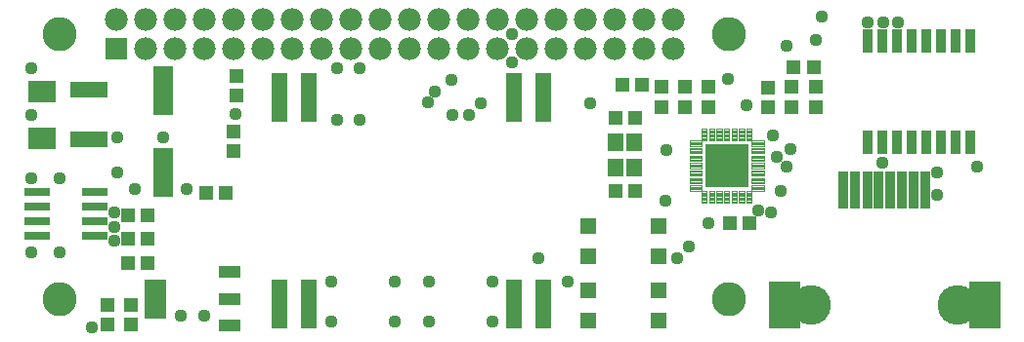
<source format=gts>
G75*
%MOIN*%
%OFA0B0*%
%FSLAX25Y25*%
%IPPOS*%
%LPD*%
%AMOC8*
5,1,8,0,0,1.08239X$1,22.5*
%
%ADD10R,0.05524X0.05524*%
%ADD11R,0.07099X0.16548*%
%ADD12R,0.04737X0.05131*%
%ADD13R,0.05131X0.04737*%
%ADD14R,0.08600X0.03000*%
%ADD15R,0.09304X0.07808*%
%ADD16C,0.00436*%
%ADD17R,0.14638X0.14638*%
%ADD18R,0.12800X0.05800*%
%ADD19R,0.05524X0.06312*%
%ADD20R,0.07800X0.07800*%
%ADD21C,0.07800*%
%ADD22C,0.11627*%
%ADD23R,0.03202X0.12808*%
%ADD24R,0.10643X0.16154*%
%ADD25C,0.13595*%
%ADD26R,0.05721X0.16548*%
%ADD27R,0.07200X0.04300*%
%ADD28R,0.07200X0.13300*%
%ADD29R,0.03320X0.08320*%
%ADD30C,0.04369*%
D10*
X0244552Y0021297D03*
X0244552Y0031533D03*
X0244552Y0043383D03*
X0244552Y0053619D03*
X0268567Y0053619D03*
X0268567Y0043383D03*
X0268567Y0031533D03*
X0268567Y0021297D03*
D11*
X0099552Y0072163D03*
X0099552Y0100115D03*
D12*
X0124630Y0098265D03*
X0124630Y0104958D03*
X0123607Y0085982D03*
X0123607Y0079289D03*
X0120851Y0064958D03*
X0114158Y0064958D03*
X0094197Y0057281D03*
X0087504Y0057281D03*
X0087544Y0049210D03*
X0094237Y0049210D03*
X0094315Y0041100D03*
X0087623Y0041100D03*
X0088567Y0026533D03*
X0080497Y0026533D03*
X0080497Y0019840D03*
X0088567Y0019840D03*
X0256245Y0101887D03*
X0262937Y0101887D03*
X0269473Y0101178D03*
X0269473Y0094486D03*
D13*
X0277465Y0094486D03*
X0285536Y0094486D03*
X0285536Y0101178D03*
X0277465Y0101178D03*
X0260772Y0090706D03*
X0254079Y0090706D03*
X0253961Y0065706D03*
X0260654Y0065706D03*
X0292977Y0054643D03*
X0299670Y0054643D03*
X0305969Y0094407D03*
X0314079Y0094486D03*
X0322150Y0094486D03*
X0322150Y0101178D03*
X0314079Y0101178D03*
X0305969Y0101100D03*
X0314788Y0108029D03*
X0321481Y0108029D03*
D14*
X0076141Y0065371D03*
X0076141Y0060371D03*
X0076141Y0055371D03*
X0076141Y0050371D03*
X0056741Y0050371D03*
X0056741Y0055371D03*
X0056741Y0060371D03*
X0056741Y0065371D03*
D15*
X0058174Y0083738D03*
X0058174Y0099761D03*
D16*
X0279173Y0082876D02*
X0283237Y0082876D01*
X0283237Y0081134D01*
X0279173Y0081134D01*
X0279173Y0082876D01*
X0279173Y0081569D02*
X0283237Y0081569D01*
X0283237Y0082004D02*
X0279173Y0082004D01*
X0279173Y0082439D02*
X0283237Y0082439D01*
X0283237Y0082874D02*
X0279173Y0082874D01*
X0279173Y0080317D02*
X0283237Y0080317D01*
X0283237Y0078575D01*
X0279173Y0078575D01*
X0279173Y0080317D01*
X0279173Y0079010D02*
X0283237Y0079010D01*
X0283237Y0079445D02*
X0279173Y0079445D01*
X0279173Y0079880D02*
X0283237Y0079880D01*
X0283237Y0080315D02*
X0279173Y0080315D01*
X0279173Y0077758D02*
X0283237Y0077758D01*
X0283237Y0076016D01*
X0279173Y0076016D01*
X0279173Y0077758D01*
X0279173Y0076451D02*
X0283237Y0076451D01*
X0283237Y0076886D02*
X0279173Y0076886D01*
X0279173Y0077321D02*
X0283237Y0077321D01*
X0283237Y0077756D02*
X0279173Y0077756D01*
X0279173Y0075199D02*
X0283237Y0075199D01*
X0283237Y0073457D01*
X0279173Y0073457D01*
X0279173Y0075199D01*
X0279173Y0073892D02*
X0283237Y0073892D01*
X0283237Y0074327D02*
X0279173Y0074327D01*
X0279173Y0074762D02*
X0283237Y0074762D01*
X0283237Y0075197D02*
X0279173Y0075197D01*
X0279173Y0072640D02*
X0283237Y0072640D01*
X0283237Y0070898D01*
X0279173Y0070898D01*
X0279173Y0072640D01*
X0279173Y0071333D02*
X0283237Y0071333D01*
X0283237Y0071768D02*
X0279173Y0071768D01*
X0279173Y0072203D02*
X0283237Y0072203D01*
X0283237Y0072638D02*
X0279173Y0072638D01*
X0279173Y0070081D02*
X0283237Y0070081D01*
X0283237Y0068339D01*
X0279173Y0068339D01*
X0279173Y0070081D01*
X0279173Y0068774D02*
X0283237Y0068774D01*
X0283237Y0069209D02*
X0279173Y0069209D01*
X0279173Y0069644D02*
X0283237Y0069644D01*
X0283237Y0070079D02*
X0279173Y0070079D01*
X0279173Y0067522D02*
X0283237Y0067522D01*
X0283237Y0065780D01*
X0279173Y0065780D01*
X0279173Y0067522D01*
X0279173Y0066215D02*
X0283237Y0066215D01*
X0283237Y0066650D02*
X0279173Y0066650D01*
X0279173Y0067085D02*
X0283237Y0067085D01*
X0283237Y0067520D02*
X0279173Y0067520D01*
X0283287Y0065730D02*
X0285029Y0065730D01*
X0285029Y0061666D01*
X0283287Y0061666D01*
X0283287Y0065730D01*
X0283287Y0062101D02*
X0285029Y0062101D01*
X0285029Y0062536D02*
X0283287Y0062536D01*
X0283287Y0062971D02*
X0285029Y0062971D01*
X0285029Y0063406D02*
X0283287Y0063406D01*
X0283287Y0063841D02*
X0285029Y0063841D01*
X0285029Y0064276D02*
X0283287Y0064276D01*
X0283287Y0064711D02*
X0285029Y0064711D01*
X0285029Y0065146D02*
X0283287Y0065146D01*
X0283287Y0065581D02*
X0285029Y0065581D01*
X0285846Y0065730D02*
X0287588Y0065730D01*
X0287588Y0061666D01*
X0285846Y0061666D01*
X0285846Y0065730D01*
X0285846Y0062101D02*
X0287588Y0062101D01*
X0287588Y0062536D02*
X0285846Y0062536D01*
X0285846Y0062971D02*
X0287588Y0062971D01*
X0287588Y0063406D02*
X0285846Y0063406D01*
X0285846Y0063841D02*
X0287588Y0063841D01*
X0287588Y0064276D02*
X0285846Y0064276D01*
X0285846Y0064711D02*
X0287588Y0064711D01*
X0287588Y0065146D02*
X0285846Y0065146D01*
X0285846Y0065581D02*
X0287588Y0065581D01*
X0288405Y0065730D02*
X0290147Y0065730D01*
X0290147Y0061666D01*
X0288405Y0061666D01*
X0288405Y0065730D01*
X0288405Y0062101D02*
X0290147Y0062101D01*
X0290147Y0062536D02*
X0288405Y0062536D01*
X0288405Y0062971D02*
X0290147Y0062971D01*
X0290147Y0063406D02*
X0288405Y0063406D01*
X0288405Y0063841D02*
X0290147Y0063841D01*
X0290147Y0064276D02*
X0288405Y0064276D01*
X0288405Y0064711D02*
X0290147Y0064711D01*
X0290147Y0065146D02*
X0288405Y0065146D01*
X0288405Y0065581D02*
X0290147Y0065581D01*
X0290964Y0065730D02*
X0292706Y0065730D01*
X0292706Y0061666D01*
X0290964Y0061666D01*
X0290964Y0065730D01*
X0290964Y0062101D02*
X0292706Y0062101D01*
X0292706Y0062536D02*
X0290964Y0062536D01*
X0290964Y0062971D02*
X0292706Y0062971D01*
X0292706Y0063406D02*
X0290964Y0063406D01*
X0290964Y0063841D02*
X0292706Y0063841D01*
X0292706Y0064276D02*
X0290964Y0064276D01*
X0290964Y0064711D02*
X0292706Y0064711D01*
X0292706Y0065146D02*
X0290964Y0065146D01*
X0290964Y0065581D02*
X0292706Y0065581D01*
X0293523Y0065730D02*
X0295265Y0065730D01*
X0295265Y0061666D01*
X0293523Y0061666D01*
X0293523Y0065730D01*
X0293523Y0062101D02*
X0295265Y0062101D01*
X0295265Y0062536D02*
X0293523Y0062536D01*
X0293523Y0062971D02*
X0295265Y0062971D01*
X0295265Y0063406D02*
X0293523Y0063406D01*
X0293523Y0063841D02*
X0295265Y0063841D01*
X0295265Y0064276D02*
X0293523Y0064276D01*
X0293523Y0064711D02*
X0295265Y0064711D01*
X0295265Y0065146D02*
X0293523Y0065146D01*
X0293523Y0065581D02*
X0295265Y0065581D01*
X0296082Y0065730D02*
X0297824Y0065730D01*
X0297824Y0061666D01*
X0296082Y0061666D01*
X0296082Y0065730D01*
X0296082Y0062101D02*
X0297824Y0062101D01*
X0297824Y0062536D02*
X0296082Y0062536D01*
X0296082Y0062971D02*
X0297824Y0062971D01*
X0297824Y0063406D02*
X0296082Y0063406D01*
X0296082Y0063841D02*
X0297824Y0063841D01*
X0297824Y0064276D02*
X0296082Y0064276D01*
X0296082Y0064711D02*
X0297824Y0064711D01*
X0297824Y0065146D02*
X0296082Y0065146D01*
X0296082Y0065581D02*
X0297824Y0065581D01*
X0298641Y0065730D02*
X0300383Y0065730D01*
X0300383Y0061666D01*
X0298641Y0061666D01*
X0298641Y0065730D01*
X0298641Y0062101D02*
X0300383Y0062101D01*
X0300383Y0062536D02*
X0298641Y0062536D01*
X0298641Y0062971D02*
X0300383Y0062971D01*
X0300383Y0063406D02*
X0298641Y0063406D01*
X0298641Y0063841D02*
X0300383Y0063841D01*
X0300383Y0064276D02*
X0298641Y0064276D01*
X0298641Y0064711D02*
X0300383Y0064711D01*
X0300383Y0065146D02*
X0298641Y0065146D01*
X0298641Y0065581D02*
X0300383Y0065581D01*
X0300433Y0067522D02*
X0304497Y0067522D01*
X0304497Y0065780D01*
X0300433Y0065780D01*
X0300433Y0067522D01*
X0300433Y0066215D02*
X0304497Y0066215D01*
X0304497Y0066650D02*
X0300433Y0066650D01*
X0300433Y0067085D02*
X0304497Y0067085D01*
X0304497Y0067520D02*
X0300433Y0067520D01*
X0300433Y0070081D02*
X0304497Y0070081D01*
X0304497Y0068339D01*
X0300433Y0068339D01*
X0300433Y0070081D01*
X0300433Y0068774D02*
X0304497Y0068774D01*
X0304497Y0069209D02*
X0300433Y0069209D01*
X0300433Y0069644D02*
X0304497Y0069644D01*
X0304497Y0070079D02*
X0300433Y0070079D01*
X0300433Y0072640D02*
X0304497Y0072640D01*
X0304497Y0070898D01*
X0300433Y0070898D01*
X0300433Y0072640D01*
X0300433Y0071333D02*
X0304497Y0071333D01*
X0304497Y0071768D02*
X0300433Y0071768D01*
X0300433Y0072203D02*
X0304497Y0072203D01*
X0304497Y0072638D02*
X0300433Y0072638D01*
X0300433Y0075199D02*
X0304497Y0075199D01*
X0304497Y0073457D01*
X0300433Y0073457D01*
X0300433Y0075199D01*
X0300433Y0073892D02*
X0304497Y0073892D01*
X0304497Y0074327D02*
X0300433Y0074327D01*
X0300433Y0074762D02*
X0304497Y0074762D01*
X0304497Y0075197D02*
X0300433Y0075197D01*
X0300433Y0077758D02*
X0304497Y0077758D01*
X0304497Y0076016D01*
X0300433Y0076016D01*
X0300433Y0077758D01*
X0300433Y0076451D02*
X0304497Y0076451D01*
X0304497Y0076886D02*
X0300433Y0076886D01*
X0300433Y0077321D02*
X0304497Y0077321D01*
X0304497Y0077756D02*
X0300433Y0077756D01*
X0300433Y0080317D02*
X0304497Y0080317D01*
X0304497Y0078575D01*
X0300433Y0078575D01*
X0300433Y0080317D01*
X0300433Y0079010D02*
X0304497Y0079010D01*
X0304497Y0079445D02*
X0300433Y0079445D01*
X0300433Y0079880D02*
X0304497Y0079880D01*
X0304497Y0080315D02*
X0300433Y0080315D01*
X0300433Y0082876D02*
X0304497Y0082876D01*
X0304497Y0081134D01*
X0300433Y0081134D01*
X0300433Y0082876D01*
X0300433Y0081569D02*
X0304497Y0081569D01*
X0304497Y0082004D02*
X0300433Y0082004D01*
X0300433Y0082439D02*
X0304497Y0082439D01*
X0304497Y0082874D02*
X0300433Y0082874D01*
X0300383Y0086990D02*
X0298641Y0086990D01*
X0300383Y0086990D02*
X0300383Y0082926D01*
X0298641Y0082926D01*
X0298641Y0086990D01*
X0298641Y0083361D02*
X0300383Y0083361D01*
X0300383Y0083796D02*
X0298641Y0083796D01*
X0298641Y0084231D02*
X0300383Y0084231D01*
X0300383Y0084666D02*
X0298641Y0084666D01*
X0298641Y0085101D02*
X0300383Y0085101D01*
X0300383Y0085536D02*
X0298641Y0085536D01*
X0298641Y0085971D02*
X0300383Y0085971D01*
X0300383Y0086406D02*
X0298641Y0086406D01*
X0298641Y0086841D02*
X0300383Y0086841D01*
X0297824Y0086990D02*
X0296082Y0086990D01*
X0297824Y0086990D02*
X0297824Y0082926D01*
X0296082Y0082926D01*
X0296082Y0086990D01*
X0296082Y0083361D02*
X0297824Y0083361D01*
X0297824Y0083796D02*
X0296082Y0083796D01*
X0296082Y0084231D02*
X0297824Y0084231D01*
X0297824Y0084666D02*
X0296082Y0084666D01*
X0296082Y0085101D02*
X0297824Y0085101D01*
X0297824Y0085536D02*
X0296082Y0085536D01*
X0296082Y0085971D02*
X0297824Y0085971D01*
X0297824Y0086406D02*
X0296082Y0086406D01*
X0296082Y0086841D02*
X0297824Y0086841D01*
X0295265Y0086990D02*
X0293523Y0086990D01*
X0295265Y0086990D02*
X0295265Y0082926D01*
X0293523Y0082926D01*
X0293523Y0086990D01*
X0293523Y0083361D02*
X0295265Y0083361D01*
X0295265Y0083796D02*
X0293523Y0083796D01*
X0293523Y0084231D02*
X0295265Y0084231D01*
X0295265Y0084666D02*
X0293523Y0084666D01*
X0293523Y0085101D02*
X0295265Y0085101D01*
X0295265Y0085536D02*
X0293523Y0085536D01*
X0293523Y0085971D02*
X0295265Y0085971D01*
X0295265Y0086406D02*
X0293523Y0086406D01*
X0293523Y0086841D02*
X0295265Y0086841D01*
X0292706Y0086990D02*
X0290964Y0086990D01*
X0292706Y0086990D02*
X0292706Y0082926D01*
X0290964Y0082926D01*
X0290964Y0086990D01*
X0290964Y0083361D02*
X0292706Y0083361D01*
X0292706Y0083796D02*
X0290964Y0083796D01*
X0290964Y0084231D02*
X0292706Y0084231D01*
X0292706Y0084666D02*
X0290964Y0084666D01*
X0290964Y0085101D02*
X0292706Y0085101D01*
X0292706Y0085536D02*
X0290964Y0085536D01*
X0290964Y0085971D02*
X0292706Y0085971D01*
X0292706Y0086406D02*
X0290964Y0086406D01*
X0290964Y0086841D02*
X0292706Y0086841D01*
X0290147Y0086990D02*
X0288405Y0086990D01*
X0290147Y0086990D02*
X0290147Y0082926D01*
X0288405Y0082926D01*
X0288405Y0086990D01*
X0288405Y0083361D02*
X0290147Y0083361D01*
X0290147Y0083796D02*
X0288405Y0083796D01*
X0288405Y0084231D02*
X0290147Y0084231D01*
X0290147Y0084666D02*
X0288405Y0084666D01*
X0288405Y0085101D02*
X0290147Y0085101D01*
X0290147Y0085536D02*
X0288405Y0085536D01*
X0288405Y0085971D02*
X0290147Y0085971D01*
X0290147Y0086406D02*
X0288405Y0086406D01*
X0288405Y0086841D02*
X0290147Y0086841D01*
X0287588Y0086990D02*
X0285846Y0086990D01*
X0287588Y0086990D02*
X0287588Y0082926D01*
X0285846Y0082926D01*
X0285846Y0086990D01*
X0285846Y0083361D02*
X0287588Y0083361D01*
X0287588Y0083796D02*
X0285846Y0083796D01*
X0285846Y0084231D02*
X0287588Y0084231D01*
X0287588Y0084666D02*
X0285846Y0084666D01*
X0285846Y0085101D02*
X0287588Y0085101D01*
X0287588Y0085536D02*
X0285846Y0085536D01*
X0285846Y0085971D02*
X0287588Y0085971D01*
X0287588Y0086406D02*
X0285846Y0086406D01*
X0285846Y0086841D02*
X0287588Y0086841D01*
X0285029Y0086990D02*
X0283287Y0086990D01*
X0285029Y0086990D02*
X0285029Y0082926D01*
X0283287Y0082926D01*
X0283287Y0086990D01*
X0283287Y0083361D02*
X0285029Y0083361D01*
X0285029Y0083796D02*
X0283287Y0083796D01*
X0283287Y0084231D02*
X0285029Y0084231D01*
X0285029Y0084666D02*
X0283287Y0084666D01*
X0283287Y0085101D02*
X0285029Y0085101D01*
X0285029Y0085536D02*
X0283287Y0085536D01*
X0283287Y0085971D02*
X0285029Y0085971D01*
X0285029Y0086406D02*
X0283287Y0086406D01*
X0283287Y0086841D02*
X0285029Y0086841D01*
D17*
X0291835Y0074328D03*
D18*
X0074394Y0083230D03*
X0074394Y0100230D03*
D19*
X0254079Y0082360D03*
X0260378Y0082360D03*
X0260378Y0073698D03*
X0254079Y0073698D03*
D20*
X0083489Y0114367D03*
D21*
X0093489Y0114367D03*
X0103489Y0114367D03*
X0113489Y0114367D03*
X0123489Y0114367D03*
X0133489Y0114367D03*
X0143489Y0114367D03*
X0153489Y0114367D03*
X0163489Y0114367D03*
X0173489Y0114367D03*
X0183489Y0114367D03*
X0193489Y0114367D03*
X0203489Y0114367D03*
X0213489Y0114367D03*
X0223489Y0114367D03*
X0233489Y0114367D03*
X0243489Y0114367D03*
X0253489Y0114367D03*
X0263489Y0114367D03*
X0273489Y0114367D03*
X0273489Y0124367D03*
X0263489Y0124367D03*
X0253489Y0124367D03*
X0243489Y0124367D03*
X0233489Y0124367D03*
X0223489Y0124367D03*
X0213489Y0124367D03*
X0203489Y0124367D03*
X0193489Y0124367D03*
X0183489Y0124367D03*
X0173489Y0124367D03*
X0163489Y0124367D03*
X0153489Y0124367D03*
X0143489Y0124367D03*
X0133489Y0124367D03*
X0123489Y0124367D03*
X0113489Y0124367D03*
X0103489Y0124367D03*
X0093489Y0124367D03*
X0083489Y0124367D03*
D22*
X0064315Y0028816D03*
X0064315Y0119367D03*
X0292662Y0119367D03*
X0292662Y0028816D03*
D23*
X0331678Y0065903D03*
X0335693Y0065903D03*
X0339815Y0065903D03*
X0343760Y0065903D03*
X0347705Y0065903D03*
X0351756Y0065903D03*
X0355772Y0065903D03*
X0359788Y0065903D03*
D24*
X0379827Y0026572D03*
X0311638Y0026572D03*
D25*
X0320733Y0026612D03*
X0370733Y0026612D03*
D26*
X0229394Y0026848D03*
X0219394Y0026848D03*
X0149394Y0026848D03*
X0139394Y0026848D03*
X0139394Y0097714D03*
X0149394Y0097714D03*
X0219394Y0097714D03*
X0229394Y0097714D03*
D27*
X0122191Y0037916D03*
X0122191Y0028816D03*
X0122191Y0019716D03*
D28*
X0096991Y0028816D03*
D29*
X0340123Y0082419D03*
X0345123Y0082419D03*
X0350123Y0082419D03*
X0355123Y0082419D03*
X0360123Y0082419D03*
X0365123Y0082419D03*
X0370123Y0082419D03*
X0375123Y0082419D03*
X0375123Y0116946D03*
X0370123Y0116946D03*
X0365123Y0116946D03*
X0360123Y0116946D03*
X0355123Y0116946D03*
X0350123Y0116946D03*
X0345123Y0116946D03*
X0340123Y0116946D03*
D30*
X0340103Y0123304D03*
X0345221Y0123304D03*
X0350142Y0123304D03*
X0324158Y0125273D03*
X0322189Y0117399D03*
X0312347Y0115430D03*
X0292268Y0104013D03*
X0298567Y0095155D03*
X0307623Y0084525D03*
X0313528Y0079997D03*
X0308804Y0077438D03*
X0312347Y0074092D03*
X0310378Y0065627D03*
X0306835Y0058344D03*
X0302504Y0059131D03*
X0285772Y0054604D03*
X0278882Y0046533D03*
X0274945Y0042596D03*
X0271008Y0062281D03*
X0286953Y0069564D03*
X0296796Y0069564D03*
X0296796Y0079210D03*
X0286953Y0079210D03*
X0271402Y0079604D03*
X0245418Y0095745D03*
X0218646Y0109525D03*
X0218646Y0119367D03*
X0197977Y0103816D03*
X0192268Y0099682D03*
X0190103Y0095942D03*
X0198371Y0091612D03*
X0204079Y0091808D03*
X0208016Y0095745D03*
X0166678Y0089840D03*
X0158804Y0089840D03*
X0158804Y0107556D03*
X0166678Y0107556D03*
X0124355Y0092005D03*
X0099749Y0083934D03*
X0084000Y0083934D03*
X0084000Y0072123D03*
X0089906Y0066218D03*
X0083016Y0058344D03*
X0083016Y0053226D03*
X0083016Y0048501D03*
X0064315Y0044564D03*
X0054473Y0044564D03*
X0054473Y0070155D03*
X0064315Y0070155D03*
X0054473Y0091808D03*
X0054473Y0107556D03*
X0107623Y0066218D03*
X0156835Y0034722D03*
X0156835Y0020942D03*
X0178489Y0020942D03*
X0190300Y0020942D03*
X0211953Y0020942D03*
X0211953Y0034722D03*
X0227701Y0042596D03*
X0237544Y0034722D03*
X0190300Y0034722D03*
X0178489Y0034722D03*
X0113528Y0022911D03*
X0105654Y0022911D03*
X0075339Y0018974D03*
X0345024Y0075273D03*
X0363528Y0072123D03*
X0363528Y0064249D03*
X0377308Y0074092D03*
M02*

</source>
